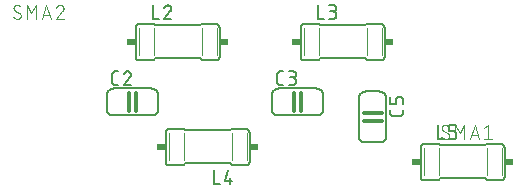
<source format=gbr>
G04 EAGLE Gerber RS-274X export*
G75*
%MOMM*%
%FSLAX34Y34*%
%LPD*%
%INSilkscreen Top*%
%IPPOS*%
%AMOC8*
5,1,8,0,0,1.08239X$1,22.5*%
G01*
%ADD10C,0.101600*%
%ADD11C,0.152400*%
%ADD12C,0.050800*%
%ADD13R,0.685800X0.609600*%
%ADD14C,0.127000*%
%ADD15C,0.304800*%


D10*
X443301Y857758D02*
X443400Y857760D01*
X443500Y857766D01*
X443599Y857775D01*
X443697Y857788D01*
X443795Y857805D01*
X443893Y857826D01*
X443989Y857851D01*
X444084Y857879D01*
X444178Y857911D01*
X444271Y857946D01*
X444363Y857985D01*
X444453Y858028D01*
X444541Y858073D01*
X444628Y858123D01*
X444712Y858175D01*
X444795Y858231D01*
X444875Y858289D01*
X444953Y858351D01*
X445028Y858416D01*
X445101Y858484D01*
X445171Y858554D01*
X445239Y858627D01*
X445304Y858702D01*
X445366Y858780D01*
X445424Y858860D01*
X445480Y858943D01*
X445532Y859027D01*
X445582Y859114D01*
X445627Y859202D01*
X445670Y859292D01*
X445709Y859384D01*
X445744Y859477D01*
X445776Y859571D01*
X445804Y859666D01*
X445829Y859762D01*
X445850Y859860D01*
X445867Y859958D01*
X445880Y860056D01*
X445889Y860155D01*
X445895Y860255D01*
X445897Y860354D01*
X443301Y857758D02*
X443157Y857760D01*
X443012Y857766D01*
X442868Y857775D01*
X442725Y857788D01*
X442581Y857805D01*
X442438Y857826D01*
X442296Y857851D01*
X442155Y857879D01*
X442014Y857911D01*
X441874Y857947D01*
X441735Y857986D01*
X441597Y858029D01*
X441461Y858076D01*
X441325Y858126D01*
X441191Y858180D01*
X441059Y858237D01*
X440928Y858298D01*
X440799Y858362D01*
X440671Y858430D01*
X440545Y858500D01*
X440421Y858575D01*
X440300Y858652D01*
X440180Y858733D01*
X440062Y858816D01*
X439947Y858903D01*
X439834Y858993D01*
X439723Y859086D01*
X439615Y859181D01*
X439509Y859280D01*
X439406Y859381D01*
X439731Y866846D02*
X439733Y866945D01*
X439739Y867045D01*
X439748Y867144D01*
X439761Y867242D01*
X439778Y867340D01*
X439799Y867438D01*
X439824Y867534D01*
X439852Y867629D01*
X439884Y867723D01*
X439919Y867816D01*
X439958Y867908D01*
X440001Y867998D01*
X440046Y868086D01*
X440096Y868173D01*
X440148Y868257D01*
X440204Y868340D01*
X440262Y868420D01*
X440324Y868498D01*
X440389Y868573D01*
X440457Y868646D01*
X440527Y868716D01*
X440600Y868784D01*
X440675Y868849D01*
X440753Y868911D01*
X440833Y868969D01*
X440916Y869025D01*
X441000Y869077D01*
X441087Y869127D01*
X441175Y869172D01*
X441265Y869215D01*
X441357Y869254D01*
X441450Y869289D01*
X441544Y869321D01*
X441639Y869349D01*
X441736Y869374D01*
X441833Y869395D01*
X441931Y869412D01*
X442029Y869425D01*
X442128Y869434D01*
X442228Y869440D01*
X442327Y869442D01*
X442463Y869440D01*
X442599Y869434D01*
X442735Y869425D01*
X442871Y869412D01*
X443006Y869394D01*
X443140Y869374D01*
X443274Y869349D01*
X443408Y869321D01*
X443540Y869288D01*
X443671Y869253D01*
X443802Y869213D01*
X443931Y869170D01*
X444059Y869124D01*
X444185Y869073D01*
X444311Y869020D01*
X444434Y868962D01*
X444556Y868902D01*
X444676Y868838D01*
X444795Y868770D01*
X444911Y868700D01*
X445025Y868626D01*
X445138Y868549D01*
X445248Y868468D01*
X441028Y864574D02*
X440942Y864627D01*
X440858Y864684D01*
X440776Y864743D01*
X440696Y864806D01*
X440619Y864872D01*
X440544Y864940D01*
X440472Y865012D01*
X440403Y865086D01*
X440337Y865163D01*
X440274Y865242D01*
X440214Y865324D01*
X440157Y865408D01*
X440103Y865494D01*
X440053Y865582D01*
X440006Y865672D01*
X439962Y865763D01*
X439923Y865857D01*
X439886Y865951D01*
X439854Y866047D01*
X439825Y866145D01*
X439800Y866243D01*
X439779Y866342D01*
X439761Y866442D01*
X439748Y866542D01*
X439738Y866643D01*
X439732Y866745D01*
X439730Y866846D01*
X444599Y862626D02*
X444685Y862573D01*
X444769Y862516D01*
X444851Y862457D01*
X444931Y862394D01*
X445008Y862328D01*
X445083Y862260D01*
X445155Y862188D01*
X445224Y862114D01*
X445290Y862037D01*
X445353Y861958D01*
X445413Y861876D01*
X445470Y861792D01*
X445524Y861706D01*
X445574Y861618D01*
X445621Y861528D01*
X445665Y861437D01*
X445704Y861343D01*
X445741Y861249D01*
X445773Y861153D01*
X445802Y861055D01*
X445827Y860957D01*
X445848Y860858D01*
X445866Y860758D01*
X445879Y860658D01*
X445889Y860557D01*
X445895Y860455D01*
X445897Y860354D01*
X444599Y862626D02*
X441029Y864574D01*
X450949Y869442D02*
X450949Y857758D01*
X454843Y862951D02*
X450949Y869442D01*
X454843Y862951D02*
X458738Y869442D01*
X458738Y857758D01*
X463522Y857758D02*
X467416Y869442D01*
X471311Y857758D01*
X470337Y860679D02*
X464495Y860679D01*
X475601Y866846D02*
X478846Y869442D01*
X478846Y857758D01*
X475601Y857758D02*
X482092Y857758D01*
X83199Y961954D02*
X83197Y961855D01*
X83191Y961755D01*
X83182Y961656D01*
X83169Y961558D01*
X83152Y961460D01*
X83131Y961362D01*
X83106Y961266D01*
X83078Y961171D01*
X83046Y961077D01*
X83011Y960984D01*
X82972Y960892D01*
X82929Y960802D01*
X82884Y960714D01*
X82834Y960627D01*
X82782Y960543D01*
X82726Y960460D01*
X82668Y960380D01*
X82606Y960302D01*
X82541Y960227D01*
X82473Y960154D01*
X82403Y960084D01*
X82330Y960016D01*
X82255Y959951D01*
X82177Y959889D01*
X82097Y959831D01*
X82014Y959775D01*
X81930Y959723D01*
X81843Y959673D01*
X81755Y959628D01*
X81665Y959585D01*
X81573Y959546D01*
X81480Y959511D01*
X81386Y959479D01*
X81291Y959451D01*
X81195Y959426D01*
X81097Y959405D01*
X80999Y959388D01*
X80901Y959375D01*
X80802Y959366D01*
X80702Y959360D01*
X80603Y959358D01*
X80459Y959360D01*
X80314Y959366D01*
X80170Y959375D01*
X80027Y959388D01*
X79883Y959405D01*
X79740Y959426D01*
X79598Y959451D01*
X79457Y959479D01*
X79316Y959511D01*
X79176Y959547D01*
X79037Y959586D01*
X78899Y959629D01*
X78763Y959676D01*
X78627Y959726D01*
X78493Y959780D01*
X78361Y959837D01*
X78230Y959898D01*
X78101Y959962D01*
X77973Y960030D01*
X77847Y960100D01*
X77723Y960175D01*
X77602Y960252D01*
X77482Y960333D01*
X77364Y960416D01*
X77249Y960503D01*
X77136Y960593D01*
X77025Y960686D01*
X76917Y960781D01*
X76811Y960880D01*
X76708Y960981D01*
X77033Y968446D02*
X77035Y968545D01*
X77041Y968645D01*
X77050Y968744D01*
X77063Y968842D01*
X77080Y968940D01*
X77101Y969038D01*
X77126Y969134D01*
X77154Y969229D01*
X77186Y969323D01*
X77221Y969416D01*
X77260Y969508D01*
X77303Y969598D01*
X77348Y969686D01*
X77398Y969773D01*
X77450Y969857D01*
X77506Y969940D01*
X77564Y970020D01*
X77626Y970098D01*
X77691Y970173D01*
X77759Y970246D01*
X77829Y970316D01*
X77902Y970384D01*
X77977Y970449D01*
X78055Y970511D01*
X78135Y970569D01*
X78218Y970625D01*
X78302Y970677D01*
X78389Y970727D01*
X78477Y970772D01*
X78567Y970815D01*
X78659Y970854D01*
X78752Y970889D01*
X78846Y970921D01*
X78941Y970949D01*
X79038Y970974D01*
X79135Y970995D01*
X79233Y971012D01*
X79331Y971025D01*
X79430Y971034D01*
X79530Y971040D01*
X79629Y971042D01*
X79765Y971040D01*
X79901Y971034D01*
X80037Y971025D01*
X80173Y971012D01*
X80308Y970994D01*
X80442Y970974D01*
X80576Y970949D01*
X80710Y970921D01*
X80842Y970888D01*
X80973Y970853D01*
X81104Y970813D01*
X81233Y970770D01*
X81361Y970724D01*
X81487Y970673D01*
X81613Y970620D01*
X81736Y970562D01*
X81858Y970502D01*
X81978Y970438D01*
X82097Y970370D01*
X82213Y970300D01*
X82327Y970226D01*
X82440Y970149D01*
X82550Y970068D01*
X78331Y966174D02*
X78245Y966227D01*
X78161Y966284D01*
X78079Y966343D01*
X77999Y966406D01*
X77922Y966472D01*
X77847Y966540D01*
X77775Y966612D01*
X77706Y966686D01*
X77640Y966763D01*
X77577Y966842D01*
X77517Y966924D01*
X77460Y967008D01*
X77406Y967094D01*
X77356Y967182D01*
X77309Y967272D01*
X77265Y967363D01*
X77226Y967457D01*
X77189Y967551D01*
X77157Y967647D01*
X77128Y967745D01*
X77103Y967843D01*
X77082Y967942D01*
X77064Y968042D01*
X77051Y968142D01*
X77041Y968243D01*
X77035Y968345D01*
X77033Y968446D01*
X81901Y964226D02*
X81987Y964173D01*
X82071Y964116D01*
X82153Y964057D01*
X82233Y963994D01*
X82310Y963928D01*
X82385Y963860D01*
X82457Y963788D01*
X82526Y963714D01*
X82592Y963637D01*
X82655Y963558D01*
X82715Y963476D01*
X82772Y963392D01*
X82826Y963306D01*
X82876Y963218D01*
X82923Y963128D01*
X82967Y963037D01*
X83006Y962943D01*
X83043Y962849D01*
X83075Y962753D01*
X83104Y962655D01*
X83129Y962557D01*
X83150Y962458D01*
X83168Y962358D01*
X83181Y962258D01*
X83191Y962157D01*
X83197Y962055D01*
X83199Y961954D01*
X81901Y964226D02*
X78331Y966174D01*
X88251Y971042D02*
X88251Y959358D01*
X92146Y964551D02*
X88251Y971042D01*
X92146Y964551D02*
X96040Y971042D01*
X96040Y959358D01*
X100824Y959358D02*
X104719Y971042D01*
X108613Y959358D01*
X107640Y962279D02*
X101798Y962279D01*
X116473Y971042D02*
X116580Y971040D01*
X116686Y971034D01*
X116792Y971024D01*
X116898Y971011D01*
X117004Y970993D01*
X117108Y970972D01*
X117212Y970947D01*
X117315Y970918D01*
X117416Y970886D01*
X117516Y970849D01*
X117615Y970809D01*
X117713Y970766D01*
X117809Y970719D01*
X117903Y970668D01*
X117995Y970614D01*
X118085Y970557D01*
X118173Y970497D01*
X118258Y970433D01*
X118341Y970366D01*
X118422Y970296D01*
X118500Y970224D01*
X118576Y970148D01*
X118648Y970070D01*
X118718Y969989D01*
X118785Y969906D01*
X118849Y969821D01*
X118909Y969733D01*
X118966Y969643D01*
X119020Y969551D01*
X119071Y969457D01*
X119118Y969361D01*
X119161Y969263D01*
X119201Y969164D01*
X119238Y969064D01*
X119270Y968963D01*
X119299Y968860D01*
X119324Y968756D01*
X119345Y968652D01*
X119363Y968546D01*
X119376Y968440D01*
X119386Y968334D01*
X119392Y968228D01*
X119394Y968121D01*
X116473Y971042D02*
X116352Y971040D01*
X116231Y971034D01*
X116111Y971024D01*
X115990Y971011D01*
X115871Y970993D01*
X115751Y970972D01*
X115633Y970947D01*
X115516Y970918D01*
X115399Y970885D01*
X115284Y970849D01*
X115170Y970808D01*
X115057Y970765D01*
X114945Y970717D01*
X114836Y970666D01*
X114728Y970611D01*
X114621Y970553D01*
X114517Y970492D01*
X114415Y970427D01*
X114315Y970359D01*
X114217Y970288D01*
X114121Y970214D01*
X114028Y970137D01*
X113938Y970056D01*
X113850Y969973D01*
X113765Y969887D01*
X113682Y969798D01*
X113603Y969707D01*
X113526Y969613D01*
X113453Y969517D01*
X113383Y969419D01*
X113316Y969318D01*
X113252Y969215D01*
X113192Y969110D01*
X113135Y969003D01*
X113081Y968895D01*
X113031Y968785D01*
X112985Y968673D01*
X112942Y968560D01*
X112903Y968445D01*
X118421Y965849D02*
X118500Y965926D01*
X118576Y966007D01*
X118649Y966090D01*
X118719Y966175D01*
X118786Y966263D01*
X118850Y966353D01*
X118910Y966445D01*
X118967Y966540D01*
X119021Y966636D01*
X119072Y966734D01*
X119119Y966834D01*
X119163Y966936D01*
X119203Y967039D01*
X119239Y967143D01*
X119271Y967249D01*
X119300Y967355D01*
X119325Y967463D01*
X119347Y967571D01*
X119364Y967681D01*
X119378Y967790D01*
X119387Y967900D01*
X119393Y968011D01*
X119395Y968121D01*
X118420Y965849D02*
X112903Y959358D01*
X119394Y959358D01*
D11*
X180340Y952500D02*
X180342Y952600D01*
X180348Y952699D01*
X180358Y952799D01*
X180371Y952897D01*
X180389Y952996D01*
X180410Y953093D01*
X180435Y953189D01*
X180464Y953285D01*
X180497Y953379D01*
X180533Y953472D01*
X180573Y953563D01*
X180617Y953653D01*
X180664Y953741D01*
X180714Y953827D01*
X180768Y953911D01*
X180825Y953993D01*
X180885Y954072D01*
X180949Y954150D01*
X181015Y954224D01*
X181084Y954296D01*
X181156Y954365D01*
X181230Y954431D01*
X181308Y954495D01*
X181387Y954555D01*
X181469Y954612D01*
X181553Y954666D01*
X181639Y954716D01*
X181727Y954763D01*
X181817Y954807D01*
X181908Y954847D01*
X182001Y954883D01*
X182095Y954916D01*
X182191Y954945D01*
X182287Y954970D01*
X182384Y954991D01*
X182483Y955009D01*
X182581Y955022D01*
X182681Y955032D01*
X182780Y955038D01*
X182880Y955040D01*
X180340Y927100D02*
X180342Y927000D01*
X180348Y926901D01*
X180358Y926801D01*
X180371Y926703D01*
X180389Y926604D01*
X180410Y926507D01*
X180435Y926411D01*
X180464Y926315D01*
X180497Y926221D01*
X180533Y926128D01*
X180573Y926037D01*
X180617Y925947D01*
X180664Y925859D01*
X180714Y925773D01*
X180768Y925689D01*
X180825Y925607D01*
X180885Y925528D01*
X180949Y925450D01*
X181015Y925376D01*
X181084Y925304D01*
X181156Y925235D01*
X181230Y925169D01*
X181308Y925105D01*
X181387Y925045D01*
X181469Y924988D01*
X181553Y924934D01*
X181639Y924884D01*
X181727Y924837D01*
X181817Y924793D01*
X181908Y924753D01*
X182001Y924717D01*
X182095Y924684D01*
X182191Y924655D01*
X182287Y924630D01*
X182384Y924609D01*
X182483Y924591D01*
X182581Y924578D01*
X182681Y924568D01*
X182780Y924562D01*
X182880Y924560D01*
X248920Y924560D02*
X249020Y924562D01*
X249119Y924568D01*
X249219Y924578D01*
X249317Y924591D01*
X249416Y924609D01*
X249513Y924630D01*
X249609Y924655D01*
X249705Y924684D01*
X249799Y924717D01*
X249892Y924753D01*
X249983Y924793D01*
X250073Y924837D01*
X250161Y924884D01*
X250247Y924934D01*
X250331Y924988D01*
X250413Y925045D01*
X250492Y925105D01*
X250570Y925169D01*
X250644Y925235D01*
X250716Y925304D01*
X250785Y925376D01*
X250851Y925450D01*
X250915Y925528D01*
X250975Y925607D01*
X251032Y925689D01*
X251086Y925773D01*
X251136Y925859D01*
X251183Y925947D01*
X251227Y926037D01*
X251267Y926128D01*
X251303Y926221D01*
X251336Y926315D01*
X251365Y926411D01*
X251390Y926507D01*
X251411Y926604D01*
X251429Y926703D01*
X251442Y926801D01*
X251452Y926901D01*
X251458Y927000D01*
X251460Y927100D01*
X251460Y952500D02*
X251458Y952600D01*
X251452Y952699D01*
X251442Y952799D01*
X251429Y952897D01*
X251411Y952996D01*
X251390Y953093D01*
X251365Y953189D01*
X251336Y953285D01*
X251303Y953379D01*
X251267Y953472D01*
X251227Y953563D01*
X251183Y953653D01*
X251136Y953741D01*
X251086Y953827D01*
X251032Y953911D01*
X250975Y953993D01*
X250915Y954072D01*
X250851Y954150D01*
X250785Y954224D01*
X250716Y954296D01*
X250644Y954365D01*
X250570Y954431D01*
X250492Y954495D01*
X250413Y954555D01*
X250331Y954612D01*
X250247Y954666D01*
X250161Y954716D01*
X250073Y954763D01*
X249983Y954807D01*
X249892Y954847D01*
X249799Y954883D01*
X249705Y954916D01*
X249609Y954945D01*
X249513Y954970D01*
X249416Y954991D01*
X249317Y955009D01*
X249219Y955022D01*
X249119Y955032D01*
X249020Y955038D01*
X248920Y955040D01*
X180340Y952500D02*
X180340Y927100D01*
X182880Y955040D02*
X195580Y955040D01*
X196850Y953770D01*
X195580Y924560D02*
X182880Y924560D01*
X195580Y924560D02*
X196850Y925830D01*
X234950Y953770D02*
X236220Y955040D01*
X234950Y953770D02*
X196850Y953770D01*
X234950Y925830D02*
X236220Y924560D01*
X234950Y925830D02*
X196850Y925830D01*
X236220Y955040D02*
X248920Y955040D01*
X248920Y924560D02*
X236220Y924560D01*
X251460Y927100D02*
X251460Y952500D01*
D12*
X195580Y951230D02*
X195580Y928370D01*
X182880Y928370D02*
X182880Y951230D01*
X248920Y951230D02*
X248920Y928370D01*
X236220Y928370D02*
X236220Y951230D01*
D13*
X254889Y939800D03*
X176911Y939800D03*
D14*
X194945Y959485D02*
X194945Y970915D01*
X194945Y959485D02*
X200025Y959485D01*
X210795Y968058D02*
X210793Y968162D01*
X210787Y968267D01*
X210778Y968371D01*
X210765Y968474D01*
X210747Y968577D01*
X210727Y968679D01*
X210702Y968781D01*
X210674Y968881D01*
X210642Y968981D01*
X210606Y969079D01*
X210567Y969176D01*
X210525Y969271D01*
X210479Y969365D01*
X210429Y969457D01*
X210377Y969547D01*
X210321Y969635D01*
X210261Y969721D01*
X210199Y969805D01*
X210134Y969886D01*
X210066Y969965D01*
X209994Y970042D01*
X209921Y970115D01*
X209844Y970187D01*
X209765Y970255D01*
X209684Y970320D01*
X209600Y970382D01*
X209514Y970442D01*
X209426Y970498D01*
X209336Y970550D01*
X209244Y970600D01*
X209150Y970646D01*
X209055Y970688D01*
X208958Y970727D01*
X208860Y970763D01*
X208760Y970795D01*
X208660Y970823D01*
X208558Y970848D01*
X208456Y970868D01*
X208353Y970886D01*
X208250Y970899D01*
X208146Y970908D01*
X208041Y970914D01*
X207937Y970916D01*
X207937Y970915D02*
X207819Y970913D01*
X207700Y970907D01*
X207582Y970898D01*
X207465Y970885D01*
X207348Y970867D01*
X207231Y970847D01*
X207115Y970822D01*
X207000Y970794D01*
X206887Y970761D01*
X206774Y970726D01*
X206662Y970686D01*
X206552Y970644D01*
X206443Y970597D01*
X206335Y970547D01*
X206230Y970494D01*
X206126Y970437D01*
X206024Y970377D01*
X205924Y970314D01*
X205826Y970247D01*
X205730Y970178D01*
X205637Y970105D01*
X205546Y970029D01*
X205457Y969951D01*
X205371Y969869D01*
X205288Y969785D01*
X205207Y969699D01*
X205130Y969609D01*
X205055Y969518D01*
X204983Y969424D01*
X204914Y969327D01*
X204849Y969229D01*
X204786Y969128D01*
X204727Y969025D01*
X204671Y968921D01*
X204619Y968815D01*
X204570Y968707D01*
X204525Y968598D01*
X204483Y968487D01*
X204445Y968375D01*
X209842Y965836D02*
X209918Y965911D01*
X209993Y965990D01*
X210064Y966071D01*
X210133Y966155D01*
X210198Y966241D01*
X210260Y966329D01*
X210320Y966419D01*
X210376Y966511D01*
X210429Y966606D01*
X210478Y966702D01*
X210524Y966800D01*
X210567Y966899D01*
X210606Y967000D01*
X210641Y967102D01*
X210673Y967205D01*
X210701Y967309D01*
X210726Y967414D01*
X210747Y967521D01*
X210764Y967627D01*
X210777Y967734D01*
X210786Y967842D01*
X210792Y967950D01*
X210794Y968058D01*
X209842Y965835D02*
X204445Y959485D01*
X210795Y959485D01*
D11*
X320040Y952500D02*
X320042Y952600D01*
X320048Y952699D01*
X320058Y952799D01*
X320071Y952897D01*
X320089Y952996D01*
X320110Y953093D01*
X320135Y953189D01*
X320164Y953285D01*
X320197Y953379D01*
X320233Y953472D01*
X320273Y953563D01*
X320317Y953653D01*
X320364Y953741D01*
X320414Y953827D01*
X320468Y953911D01*
X320525Y953993D01*
X320585Y954072D01*
X320649Y954150D01*
X320715Y954224D01*
X320784Y954296D01*
X320856Y954365D01*
X320930Y954431D01*
X321008Y954495D01*
X321087Y954555D01*
X321169Y954612D01*
X321253Y954666D01*
X321339Y954716D01*
X321427Y954763D01*
X321517Y954807D01*
X321608Y954847D01*
X321701Y954883D01*
X321795Y954916D01*
X321891Y954945D01*
X321987Y954970D01*
X322084Y954991D01*
X322183Y955009D01*
X322281Y955022D01*
X322381Y955032D01*
X322480Y955038D01*
X322580Y955040D01*
X320040Y927100D02*
X320042Y927000D01*
X320048Y926901D01*
X320058Y926801D01*
X320071Y926703D01*
X320089Y926604D01*
X320110Y926507D01*
X320135Y926411D01*
X320164Y926315D01*
X320197Y926221D01*
X320233Y926128D01*
X320273Y926037D01*
X320317Y925947D01*
X320364Y925859D01*
X320414Y925773D01*
X320468Y925689D01*
X320525Y925607D01*
X320585Y925528D01*
X320649Y925450D01*
X320715Y925376D01*
X320784Y925304D01*
X320856Y925235D01*
X320930Y925169D01*
X321008Y925105D01*
X321087Y925045D01*
X321169Y924988D01*
X321253Y924934D01*
X321339Y924884D01*
X321427Y924837D01*
X321517Y924793D01*
X321608Y924753D01*
X321701Y924717D01*
X321795Y924684D01*
X321891Y924655D01*
X321987Y924630D01*
X322084Y924609D01*
X322183Y924591D01*
X322281Y924578D01*
X322381Y924568D01*
X322480Y924562D01*
X322580Y924560D01*
X388620Y924560D02*
X388720Y924562D01*
X388819Y924568D01*
X388919Y924578D01*
X389017Y924591D01*
X389116Y924609D01*
X389213Y924630D01*
X389309Y924655D01*
X389405Y924684D01*
X389499Y924717D01*
X389592Y924753D01*
X389683Y924793D01*
X389773Y924837D01*
X389861Y924884D01*
X389947Y924934D01*
X390031Y924988D01*
X390113Y925045D01*
X390192Y925105D01*
X390270Y925169D01*
X390344Y925235D01*
X390416Y925304D01*
X390485Y925376D01*
X390551Y925450D01*
X390615Y925528D01*
X390675Y925607D01*
X390732Y925689D01*
X390786Y925773D01*
X390836Y925859D01*
X390883Y925947D01*
X390927Y926037D01*
X390967Y926128D01*
X391003Y926221D01*
X391036Y926315D01*
X391065Y926411D01*
X391090Y926507D01*
X391111Y926604D01*
X391129Y926703D01*
X391142Y926801D01*
X391152Y926901D01*
X391158Y927000D01*
X391160Y927100D01*
X391160Y952500D02*
X391158Y952600D01*
X391152Y952699D01*
X391142Y952799D01*
X391129Y952897D01*
X391111Y952996D01*
X391090Y953093D01*
X391065Y953189D01*
X391036Y953285D01*
X391003Y953379D01*
X390967Y953472D01*
X390927Y953563D01*
X390883Y953653D01*
X390836Y953741D01*
X390786Y953827D01*
X390732Y953911D01*
X390675Y953993D01*
X390615Y954072D01*
X390551Y954150D01*
X390485Y954224D01*
X390416Y954296D01*
X390344Y954365D01*
X390270Y954431D01*
X390192Y954495D01*
X390113Y954555D01*
X390031Y954612D01*
X389947Y954666D01*
X389861Y954716D01*
X389773Y954763D01*
X389683Y954807D01*
X389592Y954847D01*
X389499Y954883D01*
X389405Y954916D01*
X389309Y954945D01*
X389213Y954970D01*
X389116Y954991D01*
X389017Y955009D01*
X388919Y955022D01*
X388819Y955032D01*
X388720Y955038D01*
X388620Y955040D01*
X320040Y952500D02*
X320040Y927100D01*
X322580Y955040D02*
X335280Y955040D01*
X336550Y953770D01*
X335280Y924560D02*
X322580Y924560D01*
X335280Y924560D02*
X336550Y925830D01*
X374650Y953770D02*
X375920Y955040D01*
X374650Y953770D02*
X336550Y953770D01*
X374650Y925830D02*
X375920Y924560D01*
X374650Y925830D02*
X336550Y925830D01*
X375920Y955040D02*
X388620Y955040D01*
X388620Y924560D02*
X375920Y924560D01*
X391160Y927100D02*
X391160Y952500D01*
D12*
X335280Y951230D02*
X335280Y928370D01*
X322580Y928370D02*
X322580Y951230D01*
X388620Y951230D02*
X388620Y928370D01*
X375920Y928370D02*
X375920Y951230D01*
D13*
X394589Y939800D03*
X316611Y939800D03*
D14*
X334645Y959485D02*
X334645Y970915D01*
X334645Y959485D02*
X339725Y959485D01*
X344145Y959485D02*
X347320Y959485D01*
X347431Y959487D01*
X347541Y959493D01*
X347652Y959502D01*
X347762Y959516D01*
X347871Y959533D01*
X347980Y959554D01*
X348088Y959579D01*
X348195Y959608D01*
X348301Y959640D01*
X348406Y959676D01*
X348509Y959716D01*
X348611Y959759D01*
X348712Y959806D01*
X348811Y959857D01*
X348908Y959910D01*
X349002Y959967D01*
X349095Y960028D01*
X349186Y960091D01*
X349275Y960158D01*
X349361Y960228D01*
X349444Y960301D01*
X349526Y960376D01*
X349604Y960454D01*
X349679Y960536D01*
X349752Y960619D01*
X349822Y960705D01*
X349889Y960794D01*
X349952Y960885D01*
X350013Y960978D01*
X350070Y961073D01*
X350123Y961169D01*
X350174Y961268D01*
X350221Y961369D01*
X350264Y961471D01*
X350304Y961574D01*
X350340Y961679D01*
X350372Y961785D01*
X350401Y961892D01*
X350426Y962000D01*
X350447Y962109D01*
X350464Y962218D01*
X350478Y962328D01*
X350487Y962439D01*
X350493Y962549D01*
X350495Y962660D01*
X350493Y962771D01*
X350487Y962881D01*
X350478Y962992D01*
X350464Y963102D01*
X350447Y963211D01*
X350426Y963320D01*
X350401Y963428D01*
X350372Y963535D01*
X350340Y963641D01*
X350304Y963746D01*
X350264Y963849D01*
X350221Y963951D01*
X350174Y964052D01*
X350123Y964151D01*
X350070Y964247D01*
X350013Y964342D01*
X349952Y964435D01*
X349889Y964526D01*
X349822Y964615D01*
X349752Y964701D01*
X349679Y964784D01*
X349604Y964866D01*
X349526Y964944D01*
X349444Y965019D01*
X349361Y965092D01*
X349275Y965162D01*
X349186Y965229D01*
X349095Y965292D01*
X349002Y965353D01*
X348908Y965410D01*
X348811Y965463D01*
X348712Y965514D01*
X348611Y965561D01*
X348509Y965604D01*
X348406Y965644D01*
X348301Y965680D01*
X348195Y965712D01*
X348088Y965741D01*
X347980Y965766D01*
X347871Y965787D01*
X347762Y965804D01*
X347652Y965818D01*
X347541Y965827D01*
X347431Y965833D01*
X347320Y965835D01*
X347955Y970915D02*
X344145Y970915D01*
X347955Y970915D02*
X348055Y970913D01*
X348154Y970907D01*
X348254Y970897D01*
X348352Y970884D01*
X348451Y970866D01*
X348548Y970845D01*
X348644Y970820D01*
X348740Y970791D01*
X348834Y970758D01*
X348927Y970722D01*
X349018Y970682D01*
X349108Y970638D01*
X349196Y970591D01*
X349282Y970541D01*
X349366Y970487D01*
X349448Y970430D01*
X349527Y970370D01*
X349605Y970306D01*
X349679Y970240D01*
X349751Y970171D01*
X349820Y970099D01*
X349886Y970025D01*
X349950Y969947D01*
X350010Y969868D01*
X350067Y969786D01*
X350121Y969702D01*
X350171Y969616D01*
X350218Y969528D01*
X350262Y969438D01*
X350302Y969347D01*
X350338Y969254D01*
X350371Y969160D01*
X350400Y969064D01*
X350425Y968968D01*
X350446Y968871D01*
X350464Y968772D01*
X350477Y968674D01*
X350487Y968574D01*
X350493Y968475D01*
X350495Y968375D01*
X350493Y968275D01*
X350487Y968176D01*
X350477Y968076D01*
X350464Y967978D01*
X350446Y967879D01*
X350425Y967782D01*
X350400Y967686D01*
X350371Y967590D01*
X350338Y967496D01*
X350302Y967403D01*
X350262Y967312D01*
X350218Y967222D01*
X350171Y967134D01*
X350121Y967048D01*
X350067Y966964D01*
X350010Y966882D01*
X349950Y966803D01*
X349886Y966725D01*
X349820Y966651D01*
X349751Y966579D01*
X349679Y966510D01*
X349605Y966444D01*
X349527Y966380D01*
X349448Y966320D01*
X349366Y966263D01*
X349282Y966209D01*
X349196Y966159D01*
X349108Y966112D01*
X349018Y966068D01*
X348927Y966028D01*
X348834Y965992D01*
X348740Y965959D01*
X348644Y965930D01*
X348548Y965905D01*
X348451Y965884D01*
X348352Y965866D01*
X348254Y965853D01*
X348154Y965843D01*
X348055Y965837D01*
X347955Y965835D01*
X345415Y965835D01*
D11*
X276860Y838200D02*
X276858Y838100D01*
X276852Y838001D01*
X276842Y837901D01*
X276829Y837803D01*
X276811Y837704D01*
X276790Y837607D01*
X276765Y837511D01*
X276736Y837415D01*
X276703Y837321D01*
X276667Y837228D01*
X276627Y837137D01*
X276583Y837047D01*
X276536Y836959D01*
X276486Y836873D01*
X276432Y836789D01*
X276375Y836707D01*
X276315Y836628D01*
X276251Y836550D01*
X276185Y836476D01*
X276116Y836404D01*
X276044Y836335D01*
X275970Y836269D01*
X275892Y836205D01*
X275813Y836145D01*
X275731Y836088D01*
X275647Y836034D01*
X275561Y835984D01*
X275473Y835937D01*
X275383Y835893D01*
X275292Y835853D01*
X275199Y835817D01*
X275105Y835784D01*
X275009Y835755D01*
X274913Y835730D01*
X274816Y835709D01*
X274717Y835691D01*
X274619Y835678D01*
X274519Y835668D01*
X274420Y835662D01*
X274320Y835660D01*
X276860Y863600D02*
X276858Y863700D01*
X276852Y863799D01*
X276842Y863899D01*
X276829Y863997D01*
X276811Y864096D01*
X276790Y864193D01*
X276765Y864289D01*
X276736Y864385D01*
X276703Y864479D01*
X276667Y864572D01*
X276627Y864663D01*
X276583Y864753D01*
X276536Y864841D01*
X276486Y864927D01*
X276432Y865011D01*
X276375Y865093D01*
X276315Y865172D01*
X276251Y865250D01*
X276185Y865324D01*
X276116Y865396D01*
X276044Y865465D01*
X275970Y865531D01*
X275892Y865595D01*
X275813Y865655D01*
X275731Y865712D01*
X275647Y865766D01*
X275561Y865816D01*
X275473Y865863D01*
X275383Y865907D01*
X275292Y865947D01*
X275199Y865983D01*
X275105Y866016D01*
X275009Y866045D01*
X274913Y866070D01*
X274816Y866091D01*
X274717Y866109D01*
X274619Y866122D01*
X274519Y866132D01*
X274420Y866138D01*
X274320Y866140D01*
X208280Y866140D02*
X208180Y866138D01*
X208081Y866132D01*
X207981Y866122D01*
X207883Y866109D01*
X207784Y866091D01*
X207687Y866070D01*
X207591Y866045D01*
X207495Y866016D01*
X207401Y865983D01*
X207308Y865947D01*
X207217Y865907D01*
X207127Y865863D01*
X207039Y865816D01*
X206953Y865766D01*
X206869Y865712D01*
X206787Y865655D01*
X206708Y865595D01*
X206630Y865531D01*
X206556Y865465D01*
X206484Y865396D01*
X206415Y865324D01*
X206349Y865250D01*
X206285Y865172D01*
X206225Y865093D01*
X206168Y865011D01*
X206114Y864927D01*
X206064Y864841D01*
X206017Y864753D01*
X205973Y864663D01*
X205933Y864572D01*
X205897Y864479D01*
X205864Y864385D01*
X205835Y864289D01*
X205810Y864193D01*
X205789Y864096D01*
X205771Y863997D01*
X205758Y863899D01*
X205748Y863799D01*
X205742Y863700D01*
X205740Y863600D01*
X205740Y838200D02*
X205742Y838100D01*
X205748Y838001D01*
X205758Y837901D01*
X205771Y837803D01*
X205789Y837704D01*
X205810Y837607D01*
X205835Y837511D01*
X205864Y837415D01*
X205897Y837321D01*
X205933Y837228D01*
X205973Y837137D01*
X206017Y837047D01*
X206064Y836959D01*
X206114Y836873D01*
X206168Y836789D01*
X206225Y836707D01*
X206285Y836628D01*
X206349Y836550D01*
X206415Y836476D01*
X206484Y836404D01*
X206556Y836335D01*
X206630Y836269D01*
X206708Y836205D01*
X206787Y836145D01*
X206869Y836088D01*
X206953Y836034D01*
X207039Y835984D01*
X207127Y835937D01*
X207217Y835893D01*
X207308Y835853D01*
X207401Y835817D01*
X207495Y835784D01*
X207591Y835755D01*
X207687Y835730D01*
X207784Y835709D01*
X207883Y835691D01*
X207981Y835678D01*
X208081Y835668D01*
X208180Y835662D01*
X208280Y835660D01*
X276860Y838200D02*
X276860Y863600D01*
X274320Y835660D02*
X261620Y835660D01*
X260350Y836930D01*
X261620Y866140D02*
X274320Y866140D01*
X261620Y866140D02*
X260350Y864870D01*
X222250Y836930D02*
X220980Y835660D01*
X222250Y836930D02*
X260350Y836930D01*
X222250Y864870D02*
X220980Y866140D01*
X222250Y864870D02*
X260350Y864870D01*
X220980Y835660D02*
X208280Y835660D01*
X208280Y866140D02*
X220980Y866140D01*
X205740Y863600D02*
X205740Y838200D01*
D12*
X261620Y839470D02*
X261620Y862330D01*
X274320Y862330D02*
X274320Y839470D01*
X208280Y839470D02*
X208280Y862330D01*
X220980Y862330D02*
X220980Y839470D01*
D13*
X202311Y850900D03*
X280289Y850900D03*
D14*
X246405Y831215D02*
X246405Y819785D01*
X251485Y819785D01*
X255905Y822325D02*
X258445Y831215D01*
X255905Y822325D02*
X262255Y822325D01*
X260350Y824865D02*
X260350Y819785D01*
D11*
X421640Y850900D02*
X421642Y851000D01*
X421648Y851099D01*
X421658Y851199D01*
X421671Y851297D01*
X421689Y851396D01*
X421710Y851493D01*
X421735Y851589D01*
X421764Y851685D01*
X421797Y851779D01*
X421833Y851872D01*
X421873Y851963D01*
X421917Y852053D01*
X421964Y852141D01*
X422014Y852227D01*
X422068Y852311D01*
X422125Y852393D01*
X422185Y852472D01*
X422249Y852550D01*
X422315Y852624D01*
X422384Y852696D01*
X422456Y852765D01*
X422530Y852831D01*
X422608Y852895D01*
X422687Y852955D01*
X422769Y853012D01*
X422853Y853066D01*
X422939Y853116D01*
X423027Y853163D01*
X423117Y853207D01*
X423208Y853247D01*
X423301Y853283D01*
X423395Y853316D01*
X423491Y853345D01*
X423587Y853370D01*
X423684Y853391D01*
X423783Y853409D01*
X423881Y853422D01*
X423981Y853432D01*
X424080Y853438D01*
X424180Y853440D01*
X421640Y825500D02*
X421642Y825400D01*
X421648Y825301D01*
X421658Y825201D01*
X421671Y825103D01*
X421689Y825004D01*
X421710Y824907D01*
X421735Y824811D01*
X421764Y824715D01*
X421797Y824621D01*
X421833Y824528D01*
X421873Y824437D01*
X421917Y824347D01*
X421964Y824259D01*
X422014Y824173D01*
X422068Y824089D01*
X422125Y824007D01*
X422185Y823928D01*
X422249Y823850D01*
X422315Y823776D01*
X422384Y823704D01*
X422456Y823635D01*
X422530Y823569D01*
X422608Y823505D01*
X422687Y823445D01*
X422769Y823388D01*
X422853Y823334D01*
X422939Y823284D01*
X423027Y823237D01*
X423117Y823193D01*
X423208Y823153D01*
X423301Y823117D01*
X423395Y823084D01*
X423491Y823055D01*
X423587Y823030D01*
X423684Y823009D01*
X423783Y822991D01*
X423881Y822978D01*
X423981Y822968D01*
X424080Y822962D01*
X424180Y822960D01*
X490220Y822960D02*
X490320Y822962D01*
X490419Y822968D01*
X490519Y822978D01*
X490617Y822991D01*
X490716Y823009D01*
X490813Y823030D01*
X490909Y823055D01*
X491005Y823084D01*
X491099Y823117D01*
X491192Y823153D01*
X491283Y823193D01*
X491373Y823237D01*
X491461Y823284D01*
X491547Y823334D01*
X491631Y823388D01*
X491713Y823445D01*
X491792Y823505D01*
X491870Y823569D01*
X491944Y823635D01*
X492016Y823704D01*
X492085Y823776D01*
X492151Y823850D01*
X492215Y823928D01*
X492275Y824007D01*
X492332Y824089D01*
X492386Y824173D01*
X492436Y824259D01*
X492483Y824347D01*
X492527Y824437D01*
X492567Y824528D01*
X492603Y824621D01*
X492636Y824715D01*
X492665Y824811D01*
X492690Y824907D01*
X492711Y825004D01*
X492729Y825103D01*
X492742Y825201D01*
X492752Y825301D01*
X492758Y825400D01*
X492760Y825500D01*
X492760Y850900D02*
X492758Y851000D01*
X492752Y851099D01*
X492742Y851199D01*
X492729Y851297D01*
X492711Y851396D01*
X492690Y851493D01*
X492665Y851589D01*
X492636Y851685D01*
X492603Y851779D01*
X492567Y851872D01*
X492527Y851963D01*
X492483Y852053D01*
X492436Y852141D01*
X492386Y852227D01*
X492332Y852311D01*
X492275Y852393D01*
X492215Y852472D01*
X492151Y852550D01*
X492085Y852624D01*
X492016Y852696D01*
X491944Y852765D01*
X491870Y852831D01*
X491792Y852895D01*
X491713Y852955D01*
X491631Y853012D01*
X491547Y853066D01*
X491461Y853116D01*
X491373Y853163D01*
X491283Y853207D01*
X491192Y853247D01*
X491099Y853283D01*
X491005Y853316D01*
X490909Y853345D01*
X490813Y853370D01*
X490716Y853391D01*
X490617Y853409D01*
X490519Y853422D01*
X490419Y853432D01*
X490320Y853438D01*
X490220Y853440D01*
X421640Y850900D02*
X421640Y825500D01*
X424180Y853440D02*
X436880Y853440D01*
X438150Y852170D01*
X436880Y822960D02*
X424180Y822960D01*
X436880Y822960D02*
X438150Y824230D01*
X476250Y852170D02*
X477520Y853440D01*
X476250Y852170D02*
X438150Y852170D01*
X476250Y824230D02*
X477520Y822960D01*
X476250Y824230D02*
X438150Y824230D01*
X477520Y853440D02*
X490220Y853440D01*
X490220Y822960D02*
X477520Y822960D01*
X492760Y825500D02*
X492760Y850900D01*
D12*
X436880Y849630D02*
X436880Y826770D01*
X424180Y826770D02*
X424180Y849630D01*
X490220Y849630D02*
X490220Y826770D01*
X477520Y826770D02*
X477520Y849630D01*
D13*
X496189Y838200D03*
X418211Y838200D03*
D14*
X436245Y857885D02*
X436245Y869315D01*
X436245Y857885D02*
X441325Y857885D01*
X445745Y857885D02*
X449555Y857885D01*
X449655Y857887D01*
X449754Y857893D01*
X449854Y857903D01*
X449952Y857916D01*
X450051Y857934D01*
X450148Y857955D01*
X450244Y857980D01*
X450340Y858009D01*
X450434Y858042D01*
X450527Y858078D01*
X450618Y858118D01*
X450708Y858162D01*
X450796Y858209D01*
X450882Y858259D01*
X450966Y858313D01*
X451048Y858370D01*
X451127Y858430D01*
X451205Y858494D01*
X451279Y858560D01*
X451351Y858629D01*
X451420Y858701D01*
X451486Y858775D01*
X451550Y858853D01*
X451610Y858932D01*
X451667Y859014D01*
X451721Y859098D01*
X451771Y859184D01*
X451818Y859272D01*
X451862Y859362D01*
X451902Y859453D01*
X451938Y859546D01*
X451971Y859640D01*
X452000Y859736D01*
X452025Y859832D01*
X452046Y859929D01*
X452064Y860028D01*
X452077Y860126D01*
X452087Y860226D01*
X452093Y860325D01*
X452095Y860425D01*
X452095Y861695D01*
X452093Y861795D01*
X452087Y861894D01*
X452077Y861994D01*
X452064Y862092D01*
X452046Y862191D01*
X452025Y862288D01*
X452000Y862384D01*
X451971Y862480D01*
X451938Y862574D01*
X451902Y862667D01*
X451862Y862758D01*
X451818Y862848D01*
X451771Y862936D01*
X451721Y863022D01*
X451667Y863106D01*
X451610Y863188D01*
X451550Y863267D01*
X451486Y863345D01*
X451420Y863419D01*
X451351Y863491D01*
X451279Y863560D01*
X451205Y863626D01*
X451127Y863690D01*
X451048Y863750D01*
X450966Y863807D01*
X450882Y863861D01*
X450796Y863911D01*
X450708Y863958D01*
X450618Y864002D01*
X450527Y864042D01*
X450434Y864078D01*
X450340Y864111D01*
X450244Y864140D01*
X450148Y864165D01*
X450051Y864186D01*
X449952Y864204D01*
X449854Y864217D01*
X449754Y864227D01*
X449655Y864233D01*
X449555Y864235D01*
X445745Y864235D01*
X445745Y869315D01*
X452095Y869315D01*
D11*
X156210Y882650D02*
X156210Y895350D01*
X156212Y895490D01*
X156218Y895630D01*
X156227Y895770D01*
X156241Y895909D01*
X156258Y896048D01*
X156279Y896186D01*
X156304Y896324D01*
X156333Y896461D01*
X156365Y896597D01*
X156402Y896732D01*
X156442Y896866D01*
X156485Y896999D01*
X156533Y897131D01*
X156583Y897262D01*
X156638Y897391D01*
X156696Y897518D01*
X156757Y897644D01*
X156822Y897768D01*
X156891Y897890D01*
X156962Y898010D01*
X157037Y898128D01*
X157115Y898245D01*
X157197Y898359D01*
X157281Y898470D01*
X157369Y898579D01*
X157459Y898686D01*
X157553Y898791D01*
X157649Y898892D01*
X157748Y898991D01*
X157849Y899087D01*
X157954Y899181D01*
X158061Y899271D01*
X158170Y899359D01*
X158281Y899443D01*
X158395Y899525D01*
X158512Y899603D01*
X158630Y899678D01*
X158750Y899749D01*
X158872Y899818D01*
X158996Y899883D01*
X159122Y899944D01*
X159249Y900002D01*
X159378Y900057D01*
X159509Y900107D01*
X159641Y900155D01*
X159774Y900198D01*
X159908Y900238D01*
X160043Y900275D01*
X160179Y900307D01*
X160316Y900336D01*
X160454Y900361D01*
X160592Y900382D01*
X160731Y900399D01*
X160870Y900413D01*
X161010Y900422D01*
X161150Y900428D01*
X161290Y900430D01*
X156210Y882650D02*
X156212Y882510D01*
X156218Y882370D01*
X156227Y882230D01*
X156241Y882091D01*
X156258Y881952D01*
X156279Y881814D01*
X156304Y881676D01*
X156333Y881539D01*
X156365Y881403D01*
X156402Y881268D01*
X156442Y881134D01*
X156485Y881001D01*
X156533Y880869D01*
X156583Y880738D01*
X156638Y880609D01*
X156696Y880482D01*
X156757Y880356D01*
X156822Y880232D01*
X156891Y880110D01*
X156962Y879990D01*
X157037Y879872D01*
X157115Y879755D01*
X157197Y879641D01*
X157281Y879530D01*
X157369Y879421D01*
X157459Y879314D01*
X157553Y879209D01*
X157649Y879108D01*
X157748Y879009D01*
X157849Y878913D01*
X157954Y878819D01*
X158061Y878729D01*
X158170Y878641D01*
X158281Y878557D01*
X158395Y878475D01*
X158512Y878397D01*
X158630Y878322D01*
X158750Y878251D01*
X158872Y878182D01*
X158996Y878117D01*
X159122Y878056D01*
X159249Y877998D01*
X159378Y877943D01*
X159509Y877893D01*
X159641Y877845D01*
X159774Y877802D01*
X159908Y877762D01*
X160043Y877725D01*
X160179Y877693D01*
X160316Y877664D01*
X160454Y877639D01*
X160592Y877618D01*
X160731Y877601D01*
X160870Y877587D01*
X161010Y877578D01*
X161150Y877572D01*
X161290Y877570D01*
X161290Y900430D02*
X194310Y900430D01*
X199390Y895350D02*
X199390Y882650D01*
X194310Y877570D02*
X161290Y877570D01*
X194310Y900430D02*
X194450Y900428D01*
X194590Y900422D01*
X194730Y900413D01*
X194869Y900399D01*
X195008Y900382D01*
X195146Y900361D01*
X195284Y900336D01*
X195421Y900307D01*
X195557Y900275D01*
X195692Y900238D01*
X195826Y900198D01*
X195959Y900155D01*
X196091Y900107D01*
X196222Y900057D01*
X196351Y900002D01*
X196478Y899944D01*
X196604Y899883D01*
X196728Y899818D01*
X196850Y899749D01*
X196970Y899678D01*
X197088Y899603D01*
X197205Y899525D01*
X197319Y899443D01*
X197430Y899359D01*
X197539Y899271D01*
X197646Y899181D01*
X197751Y899087D01*
X197852Y898991D01*
X197951Y898892D01*
X198047Y898791D01*
X198141Y898686D01*
X198231Y898579D01*
X198319Y898470D01*
X198403Y898359D01*
X198485Y898245D01*
X198563Y898128D01*
X198638Y898010D01*
X198709Y897890D01*
X198778Y897768D01*
X198843Y897644D01*
X198904Y897518D01*
X198962Y897391D01*
X199017Y897262D01*
X199067Y897131D01*
X199115Y896999D01*
X199158Y896866D01*
X199198Y896732D01*
X199235Y896597D01*
X199267Y896461D01*
X199296Y896324D01*
X199321Y896186D01*
X199342Y896048D01*
X199359Y895909D01*
X199373Y895770D01*
X199382Y895630D01*
X199388Y895490D01*
X199390Y895350D01*
X199390Y882650D02*
X199388Y882510D01*
X199382Y882370D01*
X199373Y882230D01*
X199359Y882091D01*
X199342Y881952D01*
X199321Y881814D01*
X199296Y881676D01*
X199267Y881539D01*
X199235Y881403D01*
X199198Y881268D01*
X199158Y881134D01*
X199115Y881001D01*
X199067Y880869D01*
X199017Y880738D01*
X198962Y880609D01*
X198904Y880482D01*
X198843Y880356D01*
X198778Y880232D01*
X198709Y880110D01*
X198638Y879990D01*
X198563Y879872D01*
X198485Y879755D01*
X198403Y879641D01*
X198319Y879530D01*
X198231Y879421D01*
X198141Y879314D01*
X198047Y879209D01*
X197951Y879108D01*
X197852Y879009D01*
X197751Y878913D01*
X197646Y878819D01*
X197539Y878729D01*
X197430Y878641D01*
X197319Y878557D01*
X197205Y878475D01*
X197088Y878397D01*
X196970Y878322D01*
X196850Y878251D01*
X196728Y878182D01*
X196604Y878117D01*
X196478Y878056D01*
X196351Y877998D01*
X196222Y877943D01*
X196091Y877893D01*
X195959Y877845D01*
X195826Y877802D01*
X195692Y877762D01*
X195557Y877725D01*
X195421Y877693D01*
X195284Y877664D01*
X195146Y877639D01*
X195008Y877618D01*
X194869Y877601D01*
X194730Y877587D01*
X194590Y877578D01*
X194450Y877572D01*
X194310Y877570D01*
D15*
X174752Y881380D02*
X174752Y896620D01*
X181102Y896620D02*
X181102Y881380D01*
D14*
X165735Y903605D02*
X163195Y903605D01*
X163095Y903607D01*
X162996Y903613D01*
X162896Y903623D01*
X162798Y903636D01*
X162699Y903654D01*
X162602Y903675D01*
X162506Y903700D01*
X162410Y903729D01*
X162316Y903762D01*
X162223Y903798D01*
X162132Y903838D01*
X162042Y903882D01*
X161954Y903929D01*
X161868Y903979D01*
X161784Y904033D01*
X161702Y904090D01*
X161623Y904150D01*
X161545Y904214D01*
X161471Y904280D01*
X161399Y904349D01*
X161330Y904421D01*
X161264Y904495D01*
X161200Y904573D01*
X161140Y904652D01*
X161083Y904734D01*
X161029Y904818D01*
X160979Y904904D01*
X160932Y904992D01*
X160888Y905082D01*
X160848Y905173D01*
X160812Y905266D01*
X160779Y905360D01*
X160750Y905456D01*
X160725Y905552D01*
X160704Y905649D01*
X160686Y905748D01*
X160673Y905846D01*
X160663Y905946D01*
X160657Y906045D01*
X160655Y906145D01*
X160655Y912495D01*
X160657Y912595D01*
X160663Y912694D01*
X160673Y912794D01*
X160686Y912892D01*
X160704Y912991D01*
X160725Y913088D01*
X160750Y913184D01*
X160779Y913280D01*
X160812Y913374D01*
X160848Y913467D01*
X160888Y913558D01*
X160932Y913648D01*
X160979Y913736D01*
X161029Y913822D01*
X161083Y913906D01*
X161140Y913988D01*
X161200Y914067D01*
X161264Y914145D01*
X161330Y914219D01*
X161399Y914291D01*
X161471Y914360D01*
X161545Y914426D01*
X161623Y914490D01*
X161702Y914550D01*
X161784Y914607D01*
X161868Y914661D01*
X161954Y914711D01*
X162042Y914758D01*
X162132Y914802D01*
X162223Y914842D01*
X162316Y914878D01*
X162410Y914911D01*
X162506Y914940D01*
X162602Y914965D01*
X162699Y914986D01*
X162798Y915004D01*
X162896Y915017D01*
X162996Y915027D01*
X163095Y915033D01*
X163195Y915035D01*
X165735Y915035D01*
X173710Y915036D02*
X173814Y915034D01*
X173919Y915028D01*
X174023Y915019D01*
X174126Y915006D01*
X174229Y914988D01*
X174331Y914968D01*
X174433Y914943D01*
X174533Y914915D01*
X174633Y914883D01*
X174731Y914847D01*
X174828Y914808D01*
X174923Y914766D01*
X175017Y914720D01*
X175109Y914670D01*
X175199Y914618D01*
X175287Y914562D01*
X175373Y914502D01*
X175457Y914440D01*
X175538Y914375D01*
X175617Y914307D01*
X175694Y914235D01*
X175767Y914162D01*
X175839Y914085D01*
X175907Y914006D01*
X175972Y913925D01*
X176034Y913841D01*
X176094Y913755D01*
X176150Y913667D01*
X176202Y913577D01*
X176252Y913485D01*
X176298Y913391D01*
X176340Y913296D01*
X176379Y913199D01*
X176415Y913101D01*
X176447Y913001D01*
X176475Y912901D01*
X176500Y912799D01*
X176520Y912697D01*
X176538Y912594D01*
X176551Y912491D01*
X176560Y912387D01*
X176566Y912282D01*
X176568Y912178D01*
X173710Y915035D02*
X173592Y915033D01*
X173473Y915027D01*
X173355Y915018D01*
X173238Y915005D01*
X173121Y914987D01*
X173004Y914967D01*
X172888Y914942D01*
X172773Y914914D01*
X172660Y914881D01*
X172547Y914846D01*
X172435Y914806D01*
X172325Y914764D01*
X172216Y914717D01*
X172108Y914667D01*
X172003Y914614D01*
X171899Y914557D01*
X171797Y914497D01*
X171697Y914434D01*
X171599Y914367D01*
X171503Y914298D01*
X171410Y914225D01*
X171319Y914149D01*
X171230Y914071D01*
X171144Y913989D01*
X171061Y913905D01*
X170980Y913819D01*
X170903Y913729D01*
X170828Y913638D01*
X170756Y913544D01*
X170687Y913447D01*
X170622Y913349D01*
X170559Y913248D01*
X170500Y913145D01*
X170444Y913041D01*
X170392Y912935D01*
X170343Y912827D01*
X170298Y912718D01*
X170256Y912607D01*
X170218Y912495D01*
X175615Y909956D02*
X175691Y910031D01*
X175766Y910110D01*
X175837Y910191D01*
X175906Y910275D01*
X175971Y910361D01*
X176033Y910449D01*
X176093Y910539D01*
X176149Y910631D01*
X176202Y910726D01*
X176251Y910822D01*
X176297Y910920D01*
X176340Y911019D01*
X176379Y911120D01*
X176414Y911222D01*
X176446Y911325D01*
X176474Y911429D01*
X176499Y911534D01*
X176520Y911641D01*
X176537Y911747D01*
X176550Y911854D01*
X176559Y911962D01*
X176565Y912070D01*
X176567Y912178D01*
X175615Y909955D02*
X170217Y903605D01*
X176567Y903605D01*
D11*
X295910Y895350D02*
X295910Y882650D01*
X295910Y895350D02*
X295912Y895490D01*
X295918Y895630D01*
X295927Y895770D01*
X295941Y895909D01*
X295958Y896048D01*
X295979Y896186D01*
X296004Y896324D01*
X296033Y896461D01*
X296065Y896597D01*
X296102Y896732D01*
X296142Y896866D01*
X296185Y896999D01*
X296233Y897131D01*
X296283Y897262D01*
X296338Y897391D01*
X296396Y897518D01*
X296457Y897644D01*
X296522Y897768D01*
X296591Y897890D01*
X296662Y898010D01*
X296737Y898128D01*
X296815Y898245D01*
X296897Y898359D01*
X296981Y898470D01*
X297069Y898579D01*
X297159Y898686D01*
X297253Y898791D01*
X297349Y898892D01*
X297448Y898991D01*
X297549Y899087D01*
X297654Y899181D01*
X297761Y899271D01*
X297870Y899359D01*
X297981Y899443D01*
X298095Y899525D01*
X298212Y899603D01*
X298330Y899678D01*
X298450Y899749D01*
X298572Y899818D01*
X298696Y899883D01*
X298822Y899944D01*
X298949Y900002D01*
X299078Y900057D01*
X299209Y900107D01*
X299341Y900155D01*
X299474Y900198D01*
X299608Y900238D01*
X299743Y900275D01*
X299879Y900307D01*
X300016Y900336D01*
X300154Y900361D01*
X300292Y900382D01*
X300431Y900399D01*
X300570Y900413D01*
X300710Y900422D01*
X300850Y900428D01*
X300990Y900430D01*
X295910Y882650D02*
X295912Y882510D01*
X295918Y882370D01*
X295927Y882230D01*
X295941Y882091D01*
X295958Y881952D01*
X295979Y881814D01*
X296004Y881676D01*
X296033Y881539D01*
X296065Y881403D01*
X296102Y881268D01*
X296142Y881134D01*
X296185Y881001D01*
X296233Y880869D01*
X296283Y880738D01*
X296338Y880609D01*
X296396Y880482D01*
X296457Y880356D01*
X296522Y880232D01*
X296591Y880110D01*
X296662Y879990D01*
X296737Y879872D01*
X296815Y879755D01*
X296897Y879641D01*
X296981Y879530D01*
X297069Y879421D01*
X297159Y879314D01*
X297253Y879209D01*
X297349Y879108D01*
X297448Y879009D01*
X297549Y878913D01*
X297654Y878819D01*
X297761Y878729D01*
X297870Y878641D01*
X297981Y878557D01*
X298095Y878475D01*
X298212Y878397D01*
X298330Y878322D01*
X298450Y878251D01*
X298572Y878182D01*
X298696Y878117D01*
X298822Y878056D01*
X298949Y877998D01*
X299078Y877943D01*
X299209Y877893D01*
X299341Y877845D01*
X299474Y877802D01*
X299608Y877762D01*
X299743Y877725D01*
X299879Y877693D01*
X300016Y877664D01*
X300154Y877639D01*
X300292Y877618D01*
X300431Y877601D01*
X300570Y877587D01*
X300710Y877578D01*
X300850Y877572D01*
X300990Y877570D01*
X300990Y900430D02*
X334010Y900430D01*
X339090Y895350D02*
X339090Y882650D01*
X334010Y877570D02*
X300990Y877570D01*
X334010Y900430D02*
X334150Y900428D01*
X334290Y900422D01*
X334430Y900413D01*
X334569Y900399D01*
X334708Y900382D01*
X334846Y900361D01*
X334984Y900336D01*
X335121Y900307D01*
X335257Y900275D01*
X335392Y900238D01*
X335526Y900198D01*
X335659Y900155D01*
X335791Y900107D01*
X335922Y900057D01*
X336051Y900002D01*
X336178Y899944D01*
X336304Y899883D01*
X336428Y899818D01*
X336550Y899749D01*
X336670Y899678D01*
X336788Y899603D01*
X336905Y899525D01*
X337019Y899443D01*
X337130Y899359D01*
X337239Y899271D01*
X337346Y899181D01*
X337451Y899087D01*
X337552Y898991D01*
X337651Y898892D01*
X337747Y898791D01*
X337841Y898686D01*
X337931Y898579D01*
X338019Y898470D01*
X338103Y898359D01*
X338185Y898245D01*
X338263Y898128D01*
X338338Y898010D01*
X338409Y897890D01*
X338478Y897768D01*
X338543Y897644D01*
X338604Y897518D01*
X338662Y897391D01*
X338717Y897262D01*
X338767Y897131D01*
X338815Y896999D01*
X338858Y896866D01*
X338898Y896732D01*
X338935Y896597D01*
X338967Y896461D01*
X338996Y896324D01*
X339021Y896186D01*
X339042Y896048D01*
X339059Y895909D01*
X339073Y895770D01*
X339082Y895630D01*
X339088Y895490D01*
X339090Y895350D01*
X339090Y882650D02*
X339088Y882510D01*
X339082Y882370D01*
X339073Y882230D01*
X339059Y882091D01*
X339042Y881952D01*
X339021Y881814D01*
X338996Y881676D01*
X338967Y881539D01*
X338935Y881403D01*
X338898Y881268D01*
X338858Y881134D01*
X338815Y881001D01*
X338767Y880869D01*
X338717Y880738D01*
X338662Y880609D01*
X338604Y880482D01*
X338543Y880356D01*
X338478Y880232D01*
X338409Y880110D01*
X338338Y879990D01*
X338263Y879872D01*
X338185Y879755D01*
X338103Y879641D01*
X338019Y879530D01*
X337931Y879421D01*
X337841Y879314D01*
X337747Y879209D01*
X337651Y879108D01*
X337552Y879009D01*
X337451Y878913D01*
X337346Y878819D01*
X337239Y878729D01*
X337130Y878641D01*
X337019Y878557D01*
X336905Y878475D01*
X336788Y878397D01*
X336670Y878322D01*
X336550Y878251D01*
X336428Y878182D01*
X336304Y878117D01*
X336178Y878056D01*
X336051Y877998D01*
X335922Y877943D01*
X335791Y877893D01*
X335659Y877845D01*
X335526Y877802D01*
X335392Y877762D01*
X335257Y877725D01*
X335121Y877693D01*
X334984Y877664D01*
X334846Y877639D01*
X334708Y877618D01*
X334569Y877601D01*
X334430Y877587D01*
X334290Y877578D01*
X334150Y877572D01*
X334010Y877570D01*
D15*
X314452Y881380D02*
X314452Y896620D01*
X320802Y896620D02*
X320802Y881380D01*
D14*
X305435Y903605D02*
X302895Y903605D01*
X302795Y903607D01*
X302696Y903613D01*
X302596Y903623D01*
X302498Y903636D01*
X302399Y903654D01*
X302302Y903675D01*
X302206Y903700D01*
X302110Y903729D01*
X302016Y903762D01*
X301923Y903798D01*
X301832Y903838D01*
X301742Y903882D01*
X301654Y903929D01*
X301568Y903979D01*
X301484Y904033D01*
X301402Y904090D01*
X301323Y904150D01*
X301245Y904214D01*
X301171Y904280D01*
X301099Y904349D01*
X301030Y904421D01*
X300964Y904495D01*
X300900Y904573D01*
X300840Y904652D01*
X300783Y904734D01*
X300729Y904818D01*
X300679Y904904D01*
X300632Y904992D01*
X300588Y905082D01*
X300548Y905173D01*
X300512Y905266D01*
X300479Y905360D01*
X300450Y905456D01*
X300425Y905552D01*
X300404Y905649D01*
X300386Y905748D01*
X300373Y905846D01*
X300363Y905946D01*
X300357Y906045D01*
X300355Y906145D01*
X300355Y912495D01*
X300357Y912595D01*
X300363Y912694D01*
X300373Y912794D01*
X300386Y912892D01*
X300404Y912991D01*
X300425Y913088D01*
X300450Y913184D01*
X300479Y913280D01*
X300512Y913374D01*
X300548Y913467D01*
X300588Y913558D01*
X300632Y913648D01*
X300679Y913736D01*
X300729Y913822D01*
X300783Y913906D01*
X300840Y913988D01*
X300900Y914067D01*
X300964Y914145D01*
X301030Y914219D01*
X301099Y914291D01*
X301171Y914360D01*
X301245Y914426D01*
X301323Y914490D01*
X301402Y914550D01*
X301484Y914607D01*
X301568Y914661D01*
X301654Y914711D01*
X301742Y914758D01*
X301832Y914802D01*
X301923Y914842D01*
X302016Y914878D01*
X302110Y914911D01*
X302206Y914940D01*
X302302Y914965D01*
X302399Y914986D01*
X302498Y915004D01*
X302596Y915017D01*
X302696Y915027D01*
X302795Y915033D01*
X302895Y915035D01*
X305435Y915035D01*
X309917Y903605D02*
X313092Y903605D01*
X313203Y903607D01*
X313313Y903613D01*
X313424Y903622D01*
X313534Y903636D01*
X313643Y903653D01*
X313752Y903674D01*
X313860Y903699D01*
X313967Y903728D01*
X314073Y903760D01*
X314178Y903796D01*
X314281Y903836D01*
X314383Y903879D01*
X314484Y903926D01*
X314583Y903977D01*
X314680Y904030D01*
X314774Y904087D01*
X314867Y904148D01*
X314958Y904211D01*
X315047Y904278D01*
X315133Y904348D01*
X315216Y904421D01*
X315298Y904496D01*
X315376Y904574D01*
X315451Y904656D01*
X315524Y904739D01*
X315594Y904825D01*
X315661Y904914D01*
X315724Y905005D01*
X315785Y905098D01*
X315842Y905193D01*
X315895Y905289D01*
X315946Y905388D01*
X315993Y905489D01*
X316036Y905591D01*
X316076Y905694D01*
X316112Y905799D01*
X316144Y905905D01*
X316173Y906012D01*
X316198Y906120D01*
X316219Y906229D01*
X316236Y906338D01*
X316250Y906448D01*
X316259Y906559D01*
X316265Y906669D01*
X316267Y906780D01*
X316265Y906891D01*
X316259Y907001D01*
X316250Y907112D01*
X316236Y907222D01*
X316219Y907331D01*
X316198Y907440D01*
X316173Y907548D01*
X316144Y907655D01*
X316112Y907761D01*
X316076Y907866D01*
X316036Y907969D01*
X315993Y908071D01*
X315946Y908172D01*
X315895Y908271D01*
X315842Y908367D01*
X315785Y908462D01*
X315724Y908555D01*
X315661Y908646D01*
X315594Y908735D01*
X315524Y908821D01*
X315451Y908904D01*
X315376Y908986D01*
X315298Y909064D01*
X315216Y909139D01*
X315133Y909212D01*
X315047Y909282D01*
X314958Y909349D01*
X314867Y909412D01*
X314774Y909473D01*
X314680Y909530D01*
X314583Y909583D01*
X314484Y909634D01*
X314383Y909681D01*
X314281Y909724D01*
X314178Y909764D01*
X314073Y909800D01*
X313967Y909832D01*
X313860Y909861D01*
X313752Y909886D01*
X313643Y909907D01*
X313534Y909924D01*
X313424Y909938D01*
X313313Y909947D01*
X313203Y909953D01*
X313092Y909955D01*
X313727Y915035D02*
X309917Y915035D01*
X313727Y915035D02*
X313827Y915033D01*
X313926Y915027D01*
X314026Y915017D01*
X314124Y915004D01*
X314223Y914986D01*
X314320Y914965D01*
X314416Y914940D01*
X314512Y914911D01*
X314606Y914878D01*
X314699Y914842D01*
X314790Y914802D01*
X314880Y914758D01*
X314968Y914711D01*
X315054Y914661D01*
X315138Y914607D01*
X315220Y914550D01*
X315299Y914490D01*
X315377Y914426D01*
X315451Y914360D01*
X315523Y914291D01*
X315592Y914219D01*
X315658Y914145D01*
X315722Y914067D01*
X315782Y913988D01*
X315839Y913906D01*
X315893Y913822D01*
X315943Y913736D01*
X315990Y913648D01*
X316034Y913558D01*
X316074Y913467D01*
X316110Y913374D01*
X316143Y913280D01*
X316172Y913184D01*
X316197Y913088D01*
X316218Y912991D01*
X316236Y912892D01*
X316249Y912794D01*
X316259Y912694D01*
X316265Y912595D01*
X316267Y912495D01*
X316265Y912395D01*
X316259Y912296D01*
X316249Y912196D01*
X316236Y912098D01*
X316218Y911999D01*
X316197Y911902D01*
X316172Y911806D01*
X316143Y911710D01*
X316110Y911616D01*
X316074Y911523D01*
X316034Y911432D01*
X315990Y911342D01*
X315943Y911254D01*
X315893Y911168D01*
X315839Y911084D01*
X315782Y911002D01*
X315722Y910923D01*
X315658Y910845D01*
X315592Y910771D01*
X315523Y910699D01*
X315451Y910630D01*
X315377Y910564D01*
X315299Y910500D01*
X315220Y910440D01*
X315138Y910383D01*
X315054Y910329D01*
X314968Y910279D01*
X314880Y910232D01*
X314790Y910188D01*
X314699Y910148D01*
X314606Y910112D01*
X314512Y910079D01*
X314416Y910050D01*
X314320Y910025D01*
X314223Y910004D01*
X314124Y909986D01*
X314026Y909973D01*
X313926Y909963D01*
X313827Y909957D01*
X313727Y909955D01*
X311187Y909955D01*
D11*
X374650Y897890D02*
X387350Y897890D01*
X387490Y897888D01*
X387630Y897882D01*
X387770Y897873D01*
X387909Y897859D01*
X388048Y897842D01*
X388186Y897821D01*
X388324Y897796D01*
X388461Y897767D01*
X388597Y897735D01*
X388732Y897698D01*
X388866Y897658D01*
X388999Y897615D01*
X389131Y897567D01*
X389262Y897517D01*
X389391Y897462D01*
X389518Y897404D01*
X389644Y897343D01*
X389768Y897278D01*
X389890Y897209D01*
X390010Y897138D01*
X390128Y897063D01*
X390245Y896985D01*
X390359Y896903D01*
X390470Y896819D01*
X390579Y896731D01*
X390686Y896641D01*
X390791Y896547D01*
X390892Y896451D01*
X390991Y896352D01*
X391087Y896251D01*
X391181Y896146D01*
X391271Y896039D01*
X391359Y895930D01*
X391443Y895819D01*
X391525Y895705D01*
X391603Y895588D01*
X391678Y895470D01*
X391749Y895350D01*
X391818Y895228D01*
X391883Y895104D01*
X391944Y894978D01*
X392002Y894851D01*
X392057Y894722D01*
X392107Y894591D01*
X392155Y894459D01*
X392198Y894326D01*
X392238Y894192D01*
X392275Y894057D01*
X392307Y893921D01*
X392336Y893784D01*
X392361Y893646D01*
X392382Y893508D01*
X392399Y893369D01*
X392413Y893230D01*
X392422Y893090D01*
X392428Y892950D01*
X392430Y892810D01*
X374650Y897890D02*
X374510Y897888D01*
X374370Y897882D01*
X374230Y897873D01*
X374091Y897859D01*
X373952Y897842D01*
X373814Y897821D01*
X373676Y897796D01*
X373539Y897767D01*
X373403Y897735D01*
X373268Y897698D01*
X373134Y897658D01*
X373001Y897615D01*
X372869Y897567D01*
X372738Y897517D01*
X372609Y897462D01*
X372482Y897404D01*
X372356Y897343D01*
X372232Y897278D01*
X372110Y897209D01*
X371990Y897138D01*
X371872Y897063D01*
X371755Y896985D01*
X371641Y896903D01*
X371530Y896819D01*
X371421Y896731D01*
X371314Y896641D01*
X371209Y896547D01*
X371108Y896451D01*
X371009Y896352D01*
X370913Y896251D01*
X370819Y896146D01*
X370729Y896039D01*
X370641Y895930D01*
X370557Y895819D01*
X370475Y895705D01*
X370397Y895588D01*
X370322Y895470D01*
X370251Y895350D01*
X370182Y895228D01*
X370117Y895104D01*
X370056Y894978D01*
X369998Y894851D01*
X369943Y894722D01*
X369893Y894591D01*
X369845Y894459D01*
X369802Y894326D01*
X369762Y894192D01*
X369725Y894057D01*
X369693Y893921D01*
X369664Y893784D01*
X369639Y893646D01*
X369618Y893508D01*
X369601Y893369D01*
X369587Y893230D01*
X369578Y893090D01*
X369572Y892950D01*
X369570Y892810D01*
X392430Y892810D02*
X392430Y859790D01*
X387350Y854710D02*
X374650Y854710D01*
X369570Y859790D02*
X369570Y892810D01*
X392430Y859790D02*
X392428Y859650D01*
X392422Y859510D01*
X392413Y859370D01*
X392399Y859231D01*
X392382Y859092D01*
X392361Y858954D01*
X392336Y858816D01*
X392307Y858679D01*
X392275Y858543D01*
X392238Y858408D01*
X392198Y858274D01*
X392155Y858141D01*
X392107Y858009D01*
X392057Y857878D01*
X392002Y857749D01*
X391944Y857622D01*
X391883Y857496D01*
X391818Y857372D01*
X391749Y857250D01*
X391678Y857130D01*
X391603Y857012D01*
X391525Y856895D01*
X391443Y856781D01*
X391359Y856670D01*
X391271Y856561D01*
X391181Y856454D01*
X391087Y856349D01*
X390991Y856248D01*
X390892Y856149D01*
X390791Y856053D01*
X390686Y855959D01*
X390579Y855869D01*
X390470Y855781D01*
X390359Y855697D01*
X390245Y855615D01*
X390128Y855537D01*
X390010Y855462D01*
X389890Y855391D01*
X389768Y855322D01*
X389644Y855257D01*
X389518Y855196D01*
X389391Y855138D01*
X389262Y855083D01*
X389131Y855033D01*
X388999Y854985D01*
X388866Y854942D01*
X388732Y854902D01*
X388597Y854865D01*
X388461Y854833D01*
X388324Y854804D01*
X388186Y854779D01*
X388048Y854758D01*
X387909Y854741D01*
X387770Y854727D01*
X387630Y854718D01*
X387490Y854712D01*
X387350Y854710D01*
X374650Y854710D02*
X374510Y854712D01*
X374370Y854718D01*
X374230Y854727D01*
X374091Y854741D01*
X373952Y854758D01*
X373814Y854779D01*
X373676Y854804D01*
X373539Y854833D01*
X373403Y854865D01*
X373268Y854902D01*
X373134Y854942D01*
X373001Y854985D01*
X372869Y855033D01*
X372738Y855083D01*
X372609Y855138D01*
X372482Y855196D01*
X372356Y855257D01*
X372232Y855322D01*
X372110Y855391D01*
X371990Y855462D01*
X371872Y855537D01*
X371755Y855615D01*
X371641Y855697D01*
X371530Y855781D01*
X371421Y855869D01*
X371314Y855959D01*
X371209Y856053D01*
X371108Y856149D01*
X371009Y856248D01*
X370913Y856349D01*
X370819Y856454D01*
X370729Y856561D01*
X370641Y856670D01*
X370557Y856781D01*
X370475Y856895D01*
X370397Y857012D01*
X370322Y857130D01*
X370251Y857250D01*
X370182Y857372D01*
X370117Y857496D01*
X370056Y857622D01*
X369998Y857749D01*
X369943Y857878D01*
X369893Y858009D01*
X369845Y858141D01*
X369802Y858274D01*
X369762Y858408D01*
X369725Y858543D01*
X369693Y858679D01*
X369664Y858816D01*
X369639Y858954D01*
X369618Y859092D01*
X369601Y859231D01*
X369587Y859370D01*
X369578Y859510D01*
X369572Y859650D01*
X369570Y859790D01*
D15*
X373380Y879348D02*
X388620Y879348D01*
X388620Y872998D02*
X373380Y872998D01*
D14*
X407035Y880073D02*
X407035Y882613D01*
X407035Y880073D02*
X407033Y879973D01*
X407027Y879874D01*
X407017Y879774D01*
X407004Y879676D01*
X406986Y879577D01*
X406965Y879480D01*
X406940Y879384D01*
X406911Y879288D01*
X406878Y879194D01*
X406842Y879101D01*
X406802Y879010D01*
X406758Y878920D01*
X406711Y878832D01*
X406661Y878746D01*
X406607Y878662D01*
X406550Y878580D01*
X406490Y878501D01*
X406426Y878423D01*
X406360Y878349D01*
X406291Y878277D01*
X406219Y878208D01*
X406145Y878142D01*
X406067Y878078D01*
X405988Y878018D01*
X405906Y877961D01*
X405822Y877907D01*
X405736Y877857D01*
X405648Y877810D01*
X405558Y877766D01*
X405467Y877726D01*
X405374Y877690D01*
X405280Y877657D01*
X405184Y877628D01*
X405088Y877603D01*
X404991Y877582D01*
X404892Y877564D01*
X404794Y877551D01*
X404694Y877541D01*
X404595Y877535D01*
X404495Y877533D01*
X398145Y877533D01*
X398045Y877535D01*
X397946Y877541D01*
X397846Y877551D01*
X397748Y877564D01*
X397649Y877582D01*
X397552Y877603D01*
X397456Y877628D01*
X397360Y877657D01*
X397266Y877690D01*
X397173Y877726D01*
X397082Y877766D01*
X396992Y877810D01*
X396904Y877857D01*
X396818Y877907D01*
X396734Y877961D01*
X396652Y878018D01*
X396573Y878078D01*
X396495Y878142D01*
X396421Y878208D01*
X396349Y878277D01*
X396280Y878349D01*
X396214Y878423D01*
X396150Y878501D01*
X396090Y878580D01*
X396033Y878662D01*
X395979Y878746D01*
X395929Y878832D01*
X395882Y878920D01*
X395838Y879010D01*
X395798Y879101D01*
X395762Y879194D01*
X395729Y879288D01*
X395700Y879384D01*
X395675Y879480D01*
X395654Y879577D01*
X395636Y879676D01*
X395623Y879774D01*
X395613Y879874D01*
X395607Y879973D01*
X395605Y880073D01*
X395605Y882613D01*
X407035Y887095D02*
X407035Y890905D01*
X407033Y891005D01*
X407027Y891104D01*
X407017Y891204D01*
X407004Y891302D01*
X406986Y891401D01*
X406965Y891498D01*
X406940Y891594D01*
X406911Y891690D01*
X406878Y891784D01*
X406842Y891877D01*
X406802Y891968D01*
X406758Y892058D01*
X406711Y892146D01*
X406661Y892232D01*
X406607Y892316D01*
X406550Y892398D01*
X406490Y892477D01*
X406426Y892555D01*
X406360Y892629D01*
X406291Y892701D01*
X406219Y892770D01*
X406145Y892836D01*
X406067Y892900D01*
X405988Y892960D01*
X405906Y893017D01*
X405822Y893071D01*
X405736Y893121D01*
X405648Y893168D01*
X405558Y893212D01*
X405467Y893252D01*
X405374Y893288D01*
X405280Y893321D01*
X405184Y893350D01*
X405088Y893375D01*
X404991Y893396D01*
X404892Y893414D01*
X404794Y893427D01*
X404694Y893437D01*
X404595Y893443D01*
X404495Y893445D01*
X403225Y893445D01*
X403125Y893443D01*
X403026Y893437D01*
X402926Y893427D01*
X402828Y893414D01*
X402729Y893396D01*
X402632Y893375D01*
X402536Y893350D01*
X402440Y893321D01*
X402346Y893288D01*
X402253Y893252D01*
X402162Y893212D01*
X402072Y893168D01*
X401984Y893121D01*
X401898Y893071D01*
X401814Y893017D01*
X401732Y892960D01*
X401653Y892900D01*
X401575Y892836D01*
X401501Y892770D01*
X401429Y892701D01*
X401360Y892629D01*
X401294Y892555D01*
X401230Y892477D01*
X401170Y892398D01*
X401113Y892316D01*
X401059Y892232D01*
X401009Y892146D01*
X400962Y892058D01*
X400918Y891968D01*
X400878Y891877D01*
X400842Y891784D01*
X400809Y891690D01*
X400780Y891594D01*
X400755Y891498D01*
X400734Y891401D01*
X400716Y891302D01*
X400703Y891204D01*
X400693Y891104D01*
X400687Y891005D01*
X400685Y890905D01*
X400685Y887095D01*
X395605Y887095D01*
X395605Y893445D01*
M02*

</source>
